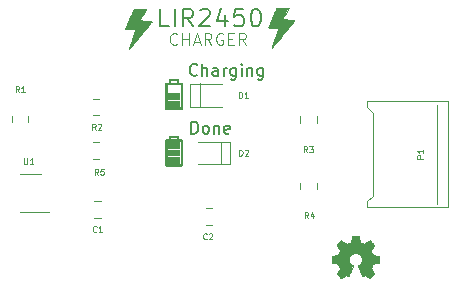
<source format=gbr>
G04 #@! TF.GenerationSoftware,KiCad,Pcbnew,(5.1.2-1)-1*
G04 #@! TF.CreationDate,2021-02-06T10:00:37+01:00*
G04 #@! TF.ProjectId,lir2450-charger,6c697232-3435-4302-9d63-686172676572,1.0.0*
G04 #@! TF.SameCoordinates,Original*
G04 #@! TF.FileFunction,Legend,Top*
G04 #@! TF.FilePolarity,Positive*
%FSLAX46Y46*%
G04 Gerber Fmt 4.6, Leading zero omitted, Abs format (unit mm)*
G04 Created by KiCad (PCBNEW (5.1.2-1)-1) date 2021-02-06 10:00:37*
%MOMM*%
%LPD*%
G04 APERTURE LIST*
%ADD10C,0.120000*%
%ADD11C,0.100000*%
%ADD12C,0.150000*%
%ADD13C,0.200000*%
%ADD14C,0.002540*%
%ADD15C,0.010000*%
%ADD16C,0.125000*%
G04 APERTURE END LIST*
D10*
X72300000Y-39000000D02*
X72300000Y-41000000D01*
X74100000Y-44000000D02*
X74100000Y-45800000D01*
D11*
X70404761Y-35657142D02*
X70357142Y-35704761D01*
X70214285Y-35752380D01*
X70119047Y-35752380D01*
X69976190Y-35704761D01*
X69880952Y-35609523D01*
X69833333Y-35514285D01*
X69785714Y-35323809D01*
X69785714Y-35180952D01*
X69833333Y-34990476D01*
X69880952Y-34895238D01*
X69976190Y-34800000D01*
X70119047Y-34752380D01*
X70214285Y-34752380D01*
X70357142Y-34800000D01*
X70404761Y-34847619D01*
X70833333Y-35752380D02*
X70833333Y-34752380D01*
X70833333Y-35228571D02*
X71404761Y-35228571D01*
X71404761Y-35752380D02*
X71404761Y-34752380D01*
X71833333Y-35466666D02*
X72309523Y-35466666D01*
X71738095Y-35752380D02*
X72071428Y-34752380D01*
X72404761Y-35752380D01*
X73309523Y-35752380D02*
X72976190Y-35276190D01*
X72738095Y-35752380D02*
X72738095Y-34752380D01*
X73119047Y-34752380D01*
X73214285Y-34800000D01*
X73261904Y-34847619D01*
X73309523Y-34942857D01*
X73309523Y-35085714D01*
X73261904Y-35180952D01*
X73214285Y-35228571D01*
X73119047Y-35276190D01*
X72738095Y-35276190D01*
X74261904Y-34800000D02*
X74166666Y-34752380D01*
X74023809Y-34752380D01*
X73880952Y-34800000D01*
X73785714Y-34895238D01*
X73738095Y-34990476D01*
X73690476Y-35180952D01*
X73690476Y-35323809D01*
X73738095Y-35514285D01*
X73785714Y-35609523D01*
X73880952Y-35704761D01*
X74023809Y-35752380D01*
X74119047Y-35752380D01*
X74261904Y-35704761D01*
X74309523Y-35657142D01*
X74309523Y-35323809D01*
X74119047Y-35323809D01*
X74738095Y-35228571D02*
X75071428Y-35228571D01*
X75214285Y-35752380D02*
X74738095Y-35752380D01*
X74738095Y-34752380D01*
X75214285Y-34752380D01*
X76214285Y-35752380D02*
X75880952Y-35276190D01*
X75642857Y-35752380D02*
X75642857Y-34752380D01*
X76023809Y-34752380D01*
X76119047Y-34800000D01*
X76166666Y-34847619D01*
X76214285Y-34942857D01*
X76214285Y-35085714D01*
X76166666Y-35180952D01*
X76119047Y-35228571D01*
X76023809Y-35276190D01*
X75642857Y-35276190D01*
D12*
X71604761Y-43252380D02*
X71604761Y-42252380D01*
X71842857Y-42252380D01*
X71985714Y-42300000D01*
X72080952Y-42395238D01*
X72128571Y-42490476D01*
X72176190Y-42680952D01*
X72176190Y-42823809D01*
X72128571Y-43014285D01*
X72080952Y-43109523D01*
X71985714Y-43204761D01*
X71842857Y-43252380D01*
X71604761Y-43252380D01*
X72747619Y-43252380D02*
X72652380Y-43204761D01*
X72604761Y-43157142D01*
X72557142Y-43061904D01*
X72557142Y-42776190D01*
X72604761Y-42680952D01*
X72652380Y-42633333D01*
X72747619Y-42585714D01*
X72890476Y-42585714D01*
X72985714Y-42633333D01*
X73033333Y-42680952D01*
X73080952Y-42776190D01*
X73080952Y-43061904D01*
X73033333Y-43157142D01*
X72985714Y-43204761D01*
X72890476Y-43252380D01*
X72747619Y-43252380D01*
X73509523Y-42585714D02*
X73509523Y-43252380D01*
X73509523Y-42680952D02*
X73557142Y-42633333D01*
X73652380Y-42585714D01*
X73795238Y-42585714D01*
X73890476Y-42633333D01*
X73938095Y-42728571D01*
X73938095Y-43252380D01*
X74795238Y-43204761D02*
X74700000Y-43252380D01*
X74509523Y-43252380D01*
X74414285Y-43204761D01*
X74366666Y-43109523D01*
X74366666Y-42728571D01*
X74414285Y-42633333D01*
X74509523Y-42585714D01*
X74700000Y-42585714D01*
X74795238Y-42633333D01*
X74842857Y-42728571D01*
X74842857Y-42823809D01*
X74366666Y-42919047D01*
D13*
X69700000Y-34178571D02*
X68985714Y-34178571D01*
X68985714Y-32678571D01*
X70200000Y-34178571D02*
X70200000Y-32678571D01*
X71771428Y-34178571D02*
X71271428Y-33464285D01*
X70914285Y-34178571D02*
X70914285Y-32678571D01*
X71485714Y-32678571D01*
X71628571Y-32750000D01*
X71700000Y-32821428D01*
X71771428Y-32964285D01*
X71771428Y-33178571D01*
X71700000Y-33321428D01*
X71628571Y-33392857D01*
X71485714Y-33464285D01*
X70914285Y-33464285D01*
X72342857Y-32821428D02*
X72414285Y-32750000D01*
X72557142Y-32678571D01*
X72914285Y-32678571D01*
X73057142Y-32750000D01*
X73128571Y-32821428D01*
X73200000Y-32964285D01*
X73200000Y-33107142D01*
X73128571Y-33321428D01*
X72271428Y-34178571D01*
X73200000Y-34178571D01*
X74485714Y-33178571D02*
X74485714Y-34178571D01*
X74128571Y-32607142D02*
X73771428Y-33678571D01*
X74700000Y-33678571D01*
X75985714Y-32678571D02*
X75271428Y-32678571D01*
X75200000Y-33392857D01*
X75271428Y-33321428D01*
X75414285Y-33250000D01*
X75771428Y-33250000D01*
X75914285Y-33321428D01*
X75985714Y-33392857D01*
X76057142Y-33535714D01*
X76057142Y-33892857D01*
X75985714Y-34035714D01*
X75914285Y-34107142D01*
X75771428Y-34178571D01*
X75414285Y-34178571D01*
X75271428Y-34107142D01*
X75200000Y-34035714D01*
X76985714Y-32678571D02*
X77128571Y-32678571D01*
X77271428Y-32750000D01*
X77342857Y-32821428D01*
X77414285Y-32964285D01*
X77485714Y-33250000D01*
X77485714Y-33607142D01*
X77414285Y-33892857D01*
X77342857Y-34035714D01*
X77271428Y-34107142D01*
X77128571Y-34178571D01*
X76985714Y-34178571D01*
X76842857Y-34107142D01*
X76771428Y-34035714D01*
X76700000Y-33892857D01*
X76628571Y-33607142D01*
X76628571Y-33250000D01*
X76700000Y-32964285D01*
X76771428Y-32821428D01*
X76842857Y-32750000D01*
X76985714Y-32678571D01*
D12*
X72100000Y-38257142D02*
X72052380Y-38304761D01*
X71909523Y-38352380D01*
X71814285Y-38352380D01*
X71671428Y-38304761D01*
X71576190Y-38209523D01*
X71528571Y-38114285D01*
X71480952Y-37923809D01*
X71480952Y-37780952D01*
X71528571Y-37590476D01*
X71576190Y-37495238D01*
X71671428Y-37400000D01*
X71814285Y-37352380D01*
X71909523Y-37352380D01*
X72052380Y-37400000D01*
X72100000Y-37447619D01*
X72528571Y-38352380D02*
X72528571Y-37352380D01*
X72957142Y-38352380D02*
X72957142Y-37828571D01*
X72909523Y-37733333D01*
X72814285Y-37685714D01*
X72671428Y-37685714D01*
X72576190Y-37733333D01*
X72528571Y-37780952D01*
X73861904Y-38352380D02*
X73861904Y-37828571D01*
X73814285Y-37733333D01*
X73719047Y-37685714D01*
X73528571Y-37685714D01*
X73433333Y-37733333D01*
X73861904Y-38304761D02*
X73766666Y-38352380D01*
X73528571Y-38352380D01*
X73433333Y-38304761D01*
X73385714Y-38209523D01*
X73385714Y-38114285D01*
X73433333Y-38019047D01*
X73528571Y-37971428D01*
X73766666Y-37971428D01*
X73861904Y-37923809D01*
X74338095Y-38352380D02*
X74338095Y-37685714D01*
X74338095Y-37876190D02*
X74385714Y-37780952D01*
X74433333Y-37733333D01*
X74528571Y-37685714D01*
X74623809Y-37685714D01*
X75385714Y-37685714D02*
X75385714Y-38495238D01*
X75338095Y-38590476D01*
X75290476Y-38638095D01*
X75195238Y-38685714D01*
X75052380Y-38685714D01*
X74957142Y-38638095D01*
X75385714Y-38304761D02*
X75290476Y-38352380D01*
X75100000Y-38352380D01*
X75004761Y-38304761D01*
X74957142Y-38257142D01*
X74909523Y-38161904D01*
X74909523Y-37876190D01*
X74957142Y-37780952D01*
X75004761Y-37733333D01*
X75100000Y-37685714D01*
X75290476Y-37685714D01*
X75385714Y-37733333D01*
X75861904Y-38352380D02*
X75861904Y-37685714D01*
X75861904Y-37352380D02*
X75814285Y-37400000D01*
X75861904Y-37447619D01*
X75909523Y-37400000D01*
X75861904Y-37352380D01*
X75861904Y-37447619D01*
X76338095Y-37685714D02*
X76338095Y-38352380D01*
X76338095Y-37780952D02*
X76385714Y-37733333D01*
X76480952Y-37685714D01*
X76623809Y-37685714D01*
X76719047Y-37733333D01*
X76766666Y-37828571D01*
X76766666Y-38352380D01*
X77671428Y-37685714D02*
X77671428Y-38495238D01*
X77623809Y-38590476D01*
X77576190Y-38638095D01*
X77480952Y-38685714D01*
X77338095Y-38685714D01*
X77242857Y-38638095D01*
X77671428Y-38304761D02*
X77576190Y-38352380D01*
X77385714Y-38352380D01*
X77290476Y-38304761D01*
X77242857Y-38257142D01*
X77195238Y-38161904D01*
X77195238Y-37876190D01*
X77242857Y-37780952D01*
X77290476Y-37733333D01*
X77385714Y-37685714D01*
X77576190Y-37685714D01*
X77671428Y-37733333D01*
D14*
G36*
X86711580Y-55495780D02*
G01*
X86691260Y-55485620D01*
X86643000Y-55455140D01*
X86576960Y-55411960D01*
X86498220Y-55358620D01*
X86419480Y-55305280D01*
X86353440Y-55262100D01*
X86307720Y-55231620D01*
X86289940Y-55221460D01*
X86279780Y-55224000D01*
X86241680Y-55244320D01*
X86185800Y-55272260D01*
X86155320Y-55287500D01*
X86104520Y-55310360D01*
X86079120Y-55315440D01*
X86076580Y-55307820D01*
X86056260Y-55269720D01*
X86028320Y-55203680D01*
X85990220Y-55117320D01*
X85947040Y-55015720D01*
X85901320Y-54906500D01*
X85855600Y-54794740D01*
X85809880Y-54688060D01*
X85771780Y-54591540D01*
X85738760Y-54515340D01*
X85718440Y-54459460D01*
X85710820Y-54436600D01*
X85713360Y-54431520D01*
X85738760Y-54408660D01*
X85781940Y-54375640D01*
X85878460Y-54296900D01*
X85969900Y-54180060D01*
X86028320Y-54047980D01*
X86046100Y-53900660D01*
X86030860Y-53766040D01*
X85977520Y-53636500D01*
X85886080Y-53517120D01*
X85774320Y-53430760D01*
X85644780Y-53374880D01*
X85500000Y-53357100D01*
X85360300Y-53372340D01*
X85228220Y-53425680D01*
X85108840Y-53514580D01*
X85060580Y-53573000D01*
X84992000Y-53692380D01*
X84951360Y-53819380D01*
X84948820Y-53849860D01*
X84953900Y-53992100D01*
X84994540Y-54126720D01*
X85068200Y-54246100D01*
X85172340Y-54345160D01*
X85185040Y-54355320D01*
X85233300Y-54390880D01*
X85263780Y-54413740D01*
X85289180Y-54434060D01*
X85111380Y-54865860D01*
X85083440Y-54934440D01*
X85032640Y-55051280D01*
X84989460Y-55152880D01*
X84956440Y-55234160D01*
X84931040Y-55287500D01*
X84920880Y-55310360D01*
X84905640Y-55312900D01*
X84872620Y-55300200D01*
X84811660Y-55272260D01*
X84771020Y-55251940D01*
X84725300Y-55229080D01*
X84704980Y-55221460D01*
X84687200Y-55231620D01*
X84644020Y-55259560D01*
X84580520Y-55302740D01*
X84504320Y-55353540D01*
X84430660Y-55404340D01*
X84362080Y-55450060D01*
X84313820Y-55480540D01*
X84288420Y-55493240D01*
X84285880Y-55493240D01*
X84265560Y-55480540D01*
X84224920Y-55450060D01*
X84166500Y-55394180D01*
X84085220Y-55312900D01*
X84072520Y-55300200D01*
X84003940Y-55229080D01*
X83948060Y-55170660D01*
X83909960Y-55130020D01*
X83897260Y-55112240D01*
X83909960Y-55086840D01*
X83940440Y-55038580D01*
X83986160Y-54970000D01*
X84039500Y-54891260D01*
X84181740Y-54682980D01*
X84103000Y-54487400D01*
X84080140Y-54428980D01*
X84049660Y-54355320D01*
X84026800Y-54304520D01*
X84014100Y-54281660D01*
X83993780Y-54274040D01*
X83940440Y-54261340D01*
X83861700Y-54243560D01*
X83770260Y-54228320D01*
X83681360Y-54210540D01*
X83602620Y-54195300D01*
X83544200Y-54185140D01*
X83518800Y-54180060D01*
X83513720Y-54174980D01*
X83508640Y-54162280D01*
X83503560Y-54136880D01*
X83503560Y-54088620D01*
X83501020Y-54012420D01*
X83501020Y-53900660D01*
X83501020Y-53890500D01*
X83503560Y-53783820D01*
X83503560Y-53700000D01*
X83506100Y-53646660D01*
X83511180Y-53626340D01*
X83536580Y-53618720D01*
X83592460Y-53608560D01*
X83671200Y-53590780D01*
X83767720Y-53573000D01*
X83772800Y-53573000D01*
X83866780Y-53555220D01*
X83945520Y-53537440D01*
X84001400Y-53524740D01*
X84024260Y-53517120D01*
X84029340Y-53512040D01*
X84049660Y-53473940D01*
X84077600Y-53415520D01*
X84108080Y-53344400D01*
X84138560Y-53270740D01*
X84166500Y-53202160D01*
X84184280Y-53153900D01*
X84189360Y-53131040D01*
X84174120Y-53108180D01*
X84141100Y-53057380D01*
X84095380Y-52991340D01*
X84039500Y-52910060D01*
X84036960Y-52902440D01*
X83981080Y-52823700D01*
X83937900Y-52755120D01*
X83907420Y-52706860D01*
X83897260Y-52686540D01*
X83897260Y-52684000D01*
X83915040Y-52661140D01*
X83955680Y-52615420D01*
X84014100Y-52554460D01*
X84085220Y-52483340D01*
X84108080Y-52463020D01*
X84184280Y-52386820D01*
X84237620Y-52336020D01*
X84273180Y-52310620D01*
X84288420Y-52303000D01*
X84288420Y-52305540D01*
X84313820Y-52318240D01*
X84364620Y-52351260D01*
X84433200Y-52399520D01*
X84514480Y-52452860D01*
X84519560Y-52457940D01*
X84598300Y-52511280D01*
X84664340Y-52557000D01*
X84712600Y-52587480D01*
X84732920Y-52600180D01*
X84738000Y-52600180D01*
X84768480Y-52590020D01*
X84826900Y-52572240D01*
X84895480Y-52544300D01*
X84969140Y-52513820D01*
X85037720Y-52485880D01*
X85088520Y-52463020D01*
X85111380Y-52450320D01*
X85111380Y-52447780D01*
X85121540Y-52419840D01*
X85134240Y-52358880D01*
X85152020Y-52277600D01*
X85169800Y-52178540D01*
X85172340Y-52163300D01*
X85190120Y-52069320D01*
X85205360Y-51990580D01*
X85218060Y-51934700D01*
X85223140Y-51911840D01*
X85235840Y-51909300D01*
X85284100Y-51906760D01*
X85355220Y-51904220D01*
X85441580Y-51904220D01*
X85530480Y-51904220D01*
X85616840Y-51906760D01*
X85693040Y-51909300D01*
X85746380Y-51911840D01*
X85769240Y-51916920D01*
X85771780Y-51919460D01*
X85779400Y-51947400D01*
X85792100Y-52008360D01*
X85809880Y-52089640D01*
X85827660Y-52188700D01*
X85830200Y-52206480D01*
X85847980Y-52300460D01*
X85865760Y-52379200D01*
X85875920Y-52432540D01*
X85883540Y-52452860D01*
X85891160Y-52457940D01*
X85929260Y-52475720D01*
X85992760Y-52501120D01*
X86074040Y-52534140D01*
X86256920Y-52607800D01*
X86480440Y-52452860D01*
X86500760Y-52440160D01*
X86582040Y-52384280D01*
X86648080Y-52341100D01*
X86693800Y-52310620D01*
X86714120Y-52300460D01*
X86736980Y-52320780D01*
X86782700Y-52361420D01*
X86843660Y-52422380D01*
X86912240Y-52490960D01*
X86965580Y-52544300D01*
X87026540Y-52607800D01*
X87067180Y-52648440D01*
X87087500Y-52676380D01*
X87095120Y-52694160D01*
X87092580Y-52704320D01*
X87079880Y-52727180D01*
X87046860Y-52775440D01*
X87001140Y-52844020D01*
X86945260Y-52922760D01*
X86899540Y-52991340D01*
X86851280Y-53065000D01*
X86820800Y-53118340D01*
X86808100Y-53146280D01*
X86810640Y-53156440D01*
X86828420Y-53199620D01*
X86853820Y-53268200D01*
X86886840Y-53346940D01*
X86965580Y-53524740D01*
X87082420Y-53545060D01*
X87153540Y-53560300D01*
X87252600Y-53578080D01*
X87346580Y-53595860D01*
X87493900Y-53626340D01*
X87498980Y-54164820D01*
X87476120Y-54174980D01*
X87453260Y-54182600D01*
X87399920Y-54192760D01*
X87321180Y-54208000D01*
X87229740Y-54225780D01*
X87151000Y-54241020D01*
X87072260Y-54256260D01*
X87016380Y-54266420D01*
X86990980Y-54271500D01*
X86983360Y-54281660D01*
X86963040Y-54319760D01*
X86935100Y-54380720D01*
X86904620Y-54454380D01*
X86874140Y-54528040D01*
X86846200Y-54599160D01*
X86825880Y-54652500D01*
X86818260Y-54680440D01*
X86828420Y-54700760D01*
X86858900Y-54746480D01*
X86902080Y-54812520D01*
X86955420Y-54891260D01*
X87011300Y-54970000D01*
X87054480Y-55038580D01*
X87087500Y-55086840D01*
X87100200Y-55107160D01*
X87092580Y-55122400D01*
X87062100Y-55160500D01*
X87003680Y-55221460D01*
X86914780Y-55310360D01*
X86899540Y-55323060D01*
X86830960Y-55391640D01*
X86770000Y-55444980D01*
X86729360Y-55483080D01*
X86711580Y-55495780D01*
X86711580Y-55495780D01*
G37*
X86711580Y-55495780D02*
X86691260Y-55485620D01*
X86643000Y-55455140D01*
X86576960Y-55411960D01*
X86498220Y-55358620D01*
X86419480Y-55305280D01*
X86353440Y-55262100D01*
X86307720Y-55231620D01*
X86289940Y-55221460D01*
X86279780Y-55224000D01*
X86241680Y-55244320D01*
X86185800Y-55272260D01*
X86155320Y-55287500D01*
X86104520Y-55310360D01*
X86079120Y-55315440D01*
X86076580Y-55307820D01*
X86056260Y-55269720D01*
X86028320Y-55203680D01*
X85990220Y-55117320D01*
X85947040Y-55015720D01*
X85901320Y-54906500D01*
X85855600Y-54794740D01*
X85809880Y-54688060D01*
X85771780Y-54591540D01*
X85738760Y-54515340D01*
X85718440Y-54459460D01*
X85710820Y-54436600D01*
X85713360Y-54431520D01*
X85738760Y-54408660D01*
X85781940Y-54375640D01*
X85878460Y-54296900D01*
X85969900Y-54180060D01*
X86028320Y-54047980D01*
X86046100Y-53900660D01*
X86030860Y-53766040D01*
X85977520Y-53636500D01*
X85886080Y-53517120D01*
X85774320Y-53430760D01*
X85644780Y-53374880D01*
X85500000Y-53357100D01*
X85360300Y-53372340D01*
X85228220Y-53425680D01*
X85108840Y-53514580D01*
X85060580Y-53573000D01*
X84992000Y-53692380D01*
X84951360Y-53819380D01*
X84948820Y-53849860D01*
X84953900Y-53992100D01*
X84994540Y-54126720D01*
X85068200Y-54246100D01*
X85172340Y-54345160D01*
X85185040Y-54355320D01*
X85233300Y-54390880D01*
X85263780Y-54413740D01*
X85289180Y-54434060D01*
X85111380Y-54865860D01*
X85083440Y-54934440D01*
X85032640Y-55051280D01*
X84989460Y-55152880D01*
X84956440Y-55234160D01*
X84931040Y-55287500D01*
X84920880Y-55310360D01*
X84905640Y-55312900D01*
X84872620Y-55300200D01*
X84811660Y-55272260D01*
X84771020Y-55251940D01*
X84725300Y-55229080D01*
X84704980Y-55221460D01*
X84687200Y-55231620D01*
X84644020Y-55259560D01*
X84580520Y-55302740D01*
X84504320Y-55353540D01*
X84430660Y-55404340D01*
X84362080Y-55450060D01*
X84313820Y-55480540D01*
X84288420Y-55493240D01*
X84285880Y-55493240D01*
X84265560Y-55480540D01*
X84224920Y-55450060D01*
X84166500Y-55394180D01*
X84085220Y-55312900D01*
X84072520Y-55300200D01*
X84003940Y-55229080D01*
X83948060Y-55170660D01*
X83909960Y-55130020D01*
X83897260Y-55112240D01*
X83909960Y-55086840D01*
X83940440Y-55038580D01*
X83986160Y-54970000D01*
X84039500Y-54891260D01*
X84181740Y-54682980D01*
X84103000Y-54487400D01*
X84080140Y-54428980D01*
X84049660Y-54355320D01*
X84026800Y-54304520D01*
X84014100Y-54281660D01*
X83993780Y-54274040D01*
X83940440Y-54261340D01*
X83861700Y-54243560D01*
X83770260Y-54228320D01*
X83681360Y-54210540D01*
X83602620Y-54195300D01*
X83544200Y-54185140D01*
X83518800Y-54180060D01*
X83513720Y-54174980D01*
X83508640Y-54162280D01*
X83503560Y-54136880D01*
X83503560Y-54088620D01*
X83501020Y-54012420D01*
X83501020Y-53900660D01*
X83501020Y-53890500D01*
X83503560Y-53783820D01*
X83503560Y-53700000D01*
X83506100Y-53646660D01*
X83511180Y-53626340D01*
X83536580Y-53618720D01*
X83592460Y-53608560D01*
X83671200Y-53590780D01*
X83767720Y-53573000D01*
X83772800Y-53573000D01*
X83866780Y-53555220D01*
X83945520Y-53537440D01*
X84001400Y-53524740D01*
X84024260Y-53517120D01*
X84029340Y-53512040D01*
X84049660Y-53473940D01*
X84077600Y-53415520D01*
X84108080Y-53344400D01*
X84138560Y-53270740D01*
X84166500Y-53202160D01*
X84184280Y-53153900D01*
X84189360Y-53131040D01*
X84174120Y-53108180D01*
X84141100Y-53057380D01*
X84095380Y-52991340D01*
X84039500Y-52910060D01*
X84036960Y-52902440D01*
X83981080Y-52823700D01*
X83937900Y-52755120D01*
X83907420Y-52706860D01*
X83897260Y-52686540D01*
X83897260Y-52684000D01*
X83915040Y-52661140D01*
X83955680Y-52615420D01*
X84014100Y-52554460D01*
X84085220Y-52483340D01*
X84108080Y-52463020D01*
X84184280Y-52386820D01*
X84237620Y-52336020D01*
X84273180Y-52310620D01*
X84288420Y-52303000D01*
X84288420Y-52305540D01*
X84313820Y-52318240D01*
X84364620Y-52351260D01*
X84433200Y-52399520D01*
X84514480Y-52452860D01*
X84519560Y-52457940D01*
X84598300Y-52511280D01*
X84664340Y-52557000D01*
X84712600Y-52587480D01*
X84732920Y-52600180D01*
X84738000Y-52600180D01*
X84768480Y-52590020D01*
X84826900Y-52572240D01*
X84895480Y-52544300D01*
X84969140Y-52513820D01*
X85037720Y-52485880D01*
X85088520Y-52463020D01*
X85111380Y-52450320D01*
X85111380Y-52447780D01*
X85121540Y-52419840D01*
X85134240Y-52358880D01*
X85152020Y-52277600D01*
X85169800Y-52178540D01*
X85172340Y-52163300D01*
X85190120Y-52069320D01*
X85205360Y-51990580D01*
X85218060Y-51934700D01*
X85223140Y-51911840D01*
X85235840Y-51909300D01*
X85284100Y-51906760D01*
X85355220Y-51904220D01*
X85441580Y-51904220D01*
X85530480Y-51904220D01*
X85616840Y-51906760D01*
X85693040Y-51909300D01*
X85746380Y-51911840D01*
X85769240Y-51916920D01*
X85771780Y-51919460D01*
X85779400Y-51947400D01*
X85792100Y-52008360D01*
X85809880Y-52089640D01*
X85827660Y-52188700D01*
X85830200Y-52206480D01*
X85847980Y-52300460D01*
X85865760Y-52379200D01*
X85875920Y-52432540D01*
X85883540Y-52452860D01*
X85891160Y-52457940D01*
X85929260Y-52475720D01*
X85992760Y-52501120D01*
X86074040Y-52534140D01*
X86256920Y-52607800D01*
X86480440Y-52452860D01*
X86500760Y-52440160D01*
X86582040Y-52384280D01*
X86648080Y-52341100D01*
X86693800Y-52310620D01*
X86714120Y-52300460D01*
X86736980Y-52320780D01*
X86782700Y-52361420D01*
X86843660Y-52422380D01*
X86912240Y-52490960D01*
X86965580Y-52544300D01*
X87026540Y-52607800D01*
X87067180Y-52648440D01*
X87087500Y-52676380D01*
X87095120Y-52694160D01*
X87092580Y-52704320D01*
X87079880Y-52727180D01*
X87046860Y-52775440D01*
X87001140Y-52844020D01*
X86945260Y-52922760D01*
X86899540Y-52991340D01*
X86851280Y-53065000D01*
X86820800Y-53118340D01*
X86808100Y-53146280D01*
X86810640Y-53156440D01*
X86828420Y-53199620D01*
X86853820Y-53268200D01*
X86886840Y-53346940D01*
X86965580Y-53524740D01*
X87082420Y-53545060D01*
X87153540Y-53560300D01*
X87252600Y-53578080D01*
X87346580Y-53595860D01*
X87493900Y-53626340D01*
X87498980Y-54164820D01*
X87476120Y-54174980D01*
X87453260Y-54182600D01*
X87399920Y-54192760D01*
X87321180Y-54208000D01*
X87229740Y-54225780D01*
X87151000Y-54241020D01*
X87072260Y-54256260D01*
X87016380Y-54266420D01*
X86990980Y-54271500D01*
X86983360Y-54281660D01*
X86963040Y-54319760D01*
X86935100Y-54380720D01*
X86904620Y-54454380D01*
X86874140Y-54528040D01*
X86846200Y-54599160D01*
X86825880Y-54652500D01*
X86818260Y-54680440D01*
X86828420Y-54700760D01*
X86858900Y-54746480D01*
X86902080Y-54812520D01*
X86955420Y-54891260D01*
X87011300Y-54970000D01*
X87054480Y-55038580D01*
X87087500Y-55086840D01*
X87100200Y-55107160D01*
X87092580Y-55122400D01*
X87062100Y-55160500D01*
X87003680Y-55221460D01*
X86914780Y-55310360D01*
X86899540Y-55323060D01*
X86830960Y-55391640D01*
X86770000Y-55444980D01*
X86729360Y-55483080D01*
X86711580Y-55495780D01*
D15*
G36*
X79191753Y-32609525D02*
G01*
X79317031Y-32610260D01*
X79364115Y-32610645D01*
X79875013Y-32615133D01*
X79588806Y-33079888D01*
X79519643Y-33192466D01*
X79456726Y-33295393D01*
X79402123Y-33385247D01*
X79357900Y-33458606D01*
X79326125Y-33512046D01*
X79308865Y-33542146D01*
X79306332Y-33547575D01*
X79323442Y-33550074D01*
X79370095Y-33555747D01*
X79442167Y-33564121D01*
X79535531Y-33574726D01*
X79646062Y-33587090D01*
X79769634Y-33600743D01*
X79822299Y-33606514D01*
X79949782Y-33620885D01*
X80065689Y-33634781D01*
X80165932Y-33647645D01*
X80246421Y-33658922D01*
X80303068Y-33668056D01*
X80331783Y-33674489D01*
X80334533Y-33676207D01*
X80324001Y-33690791D01*
X80293670Y-33729092D01*
X80245436Y-33788824D01*
X80181194Y-33867697D01*
X80102839Y-33963426D01*
X80012269Y-34073721D01*
X79911378Y-34196295D01*
X79802062Y-34328862D01*
X79686216Y-34469132D01*
X79565738Y-34614818D01*
X79442522Y-34763633D01*
X79318464Y-34913290D01*
X79195460Y-35061499D01*
X79075406Y-35205974D01*
X78960197Y-35344427D01*
X78851729Y-35474571D01*
X78751899Y-35594117D01*
X78662600Y-35700779D01*
X78585731Y-35792267D01*
X78523185Y-35866295D01*
X78476859Y-35920576D01*
X78448649Y-35952820D01*
X78442436Y-35959466D01*
X78400081Y-36001800D01*
X78410022Y-35959466D01*
X78417585Y-35935424D01*
X78435441Y-35882785D01*
X78462442Y-35804825D01*
X78497434Y-35704823D01*
X78539267Y-35586055D01*
X78586791Y-35451798D01*
X78638854Y-35305328D01*
X78694304Y-35149924D01*
X78698496Y-35138200D01*
X78753415Y-34983911D01*
X78804290Y-34839613D01*
X78850073Y-34708376D01*
X78889717Y-34593270D01*
X78922174Y-34497364D01*
X78946395Y-34423730D01*
X78961333Y-34375436D01*
X78965941Y-34355553D01*
X78965747Y-34355221D01*
X78946475Y-34352574D01*
X78898117Y-34347234D01*
X78825310Y-34339675D01*
X78732685Y-34330369D01*
X78624877Y-34319792D01*
X78525662Y-34310240D01*
X78408724Y-34298732D01*
X78303144Y-34287686D01*
X78213540Y-34277636D01*
X78144531Y-34269120D01*
X78100735Y-34262675D01*
X78086799Y-34259244D01*
X78091517Y-34242295D01*
X78108983Y-34198120D01*
X78137622Y-34130179D01*
X78175858Y-34041936D01*
X78222117Y-33936852D01*
X78274822Y-33818388D01*
X78332398Y-33690007D01*
X78393269Y-33555171D01*
X78455861Y-33417340D01*
X78518597Y-33279978D01*
X78579903Y-33146546D01*
X78638202Y-33020505D01*
X78691920Y-32905317D01*
X78739480Y-32804446D01*
X78779307Y-32721351D01*
X78809827Y-32659495D01*
X78829463Y-32622340D01*
X78836108Y-32612763D01*
X78856761Y-32611251D01*
X78906965Y-32610153D01*
X78982407Y-32609488D01*
X79078774Y-32609273D01*
X79191753Y-32609525D01*
X79191753Y-32609525D01*
G37*
X79191753Y-32609525D02*
X79317031Y-32610260D01*
X79364115Y-32610645D01*
X79875013Y-32615133D01*
X79588806Y-33079888D01*
X79519643Y-33192466D01*
X79456726Y-33295393D01*
X79402123Y-33385247D01*
X79357900Y-33458606D01*
X79326125Y-33512046D01*
X79308865Y-33542146D01*
X79306332Y-33547575D01*
X79323442Y-33550074D01*
X79370095Y-33555747D01*
X79442167Y-33564121D01*
X79535531Y-33574726D01*
X79646062Y-33587090D01*
X79769634Y-33600743D01*
X79822299Y-33606514D01*
X79949782Y-33620885D01*
X80065689Y-33634781D01*
X80165932Y-33647645D01*
X80246421Y-33658922D01*
X80303068Y-33668056D01*
X80331783Y-33674489D01*
X80334533Y-33676207D01*
X80324001Y-33690791D01*
X80293670Y-33729092D01*
X80245436Y-33788824D01*
X80181194Y-33867697D01*
X80102839Y-33963426D01*
X80012269Y-34073721D01*
X79911378Y-34196295D01*
X79802062Y-34328862D01*
X79686216Y-34469132D01*
X79565738Y-34614818D01*
X79442522Y-34763633D01*
X79318464Y-34913290D01*
X79195460Y-35061499D01*
X79075406Y-35205974D01*
X78960197Y-35344427D01*
X78851729Y-35474571D01*
X78751899Y-35594117D01*
X78662600Y-35700779D01*
X78585731Y-35792267D01*
X78523185Y-35866295D01*
X78476859Y-35920576D01*
X78448649Y-35952820D01*
X78442436Y-35959466D01*
X78400081Y-36001800D01*
X78410022Y-35959466D01*
X78417585Y-35935424D01*
X78435441Y-35882785D01*
X78462442Y-35804825D01*
X78497434Y-35704823D01*
X78539267Y-35586055D01*
X78586791Y-35451798D01*
X78638854Y-35305328D01*
X78694304Y-35149924D01*
X78698496Y-35138200D01*
X78753415Y-34983911D01*
X78804290Y-34839613D01*
X78850073Y-34708376D01*
X78889717Y-34593270D01*
X78922174Y-34497364D01*
X78946395Y-34423730D01*
X78961333Y-34375436D01*
X78965941Y-34355553D01*
X78965747Y-34355221D01*
X78946475Y-34352574D01*
X78898117Y-34347234D01*
X78825310Y-34339675D01*
X78732685Y-34330369D01*
X78624877Y-34319792D01*
X78525662Y-34310240D01*
X78408724Y-34298732D01*
X78303144Y-34287686D01*
X78213540Y-34277636D01*
X78144531Y-34269120D01*
X78100735Y-34262675D01*
X78086799Y-34259244D01*
X78091517Y-34242295D01*
X78108983Y-34198120D01*
X78137622Y-34130179D01*
X78175858Y-34041936D01*
X78222117Y-33936852D01*
X78274822Y-33818388D01*
X78332398Y-33690007D01*
X78393269Y-33555171D01*
X78455861Y-33417340D01*
X78518597Y-33279978D01*
X78579903Y-33146546D01*
X78638202Y-33020505D01*
X78691920Y-32905317D01*
X78739480Y-32804446D01*
X78779307Y-32721351D01*
X78809827Y-32659495D01*
X78829463Y-32622340D01*
X78836108Y-32612763D01*
X78856761Y-32611251D01*
X78906965Y-32610153D01*
X78982407Y-32609488D01*
X79078774Y-32609273D01*
X79191753Y-32609525D01*
G36*
X67091753Y-32709525D02*
G01*
X67217031Y-32710260D01*
X67264115Y-32710645D01*
X67775013Y-32715133D01*
X67488806Y-33179888D01*
X67419643Y-33292466D01*
X67356726Y-33395393D01*
X67302123Y-33485247D01*
X67257900Y-33558606D01*
X67226125Y-33612046D01*
X67208865Y-33642146D01*
X67206332Y-33647575D01*
X67223442Y-33650074D01*
X67270095Y-33655747D01*
X67342167Y-33664121D01*
X67435531Y-33674726D01*
X67546062Y-33687090D01*
X67669634Y-33700743D01*
X67722299Y-33706514D01*
X67849782Y-33720885D01*
X67965689Y-33734781D01*
X68065932Y-33747645D01*
X68146421Y-33758922D01*
X68203068Y-33768056D01*
X68231783Y-33774489D01*
X68234533Y-33776207D01*
X68224001Y-33790791D01*
X68193670Y-33829092D01*
X68145436Y-33888824D01*
X68081194Y-33967697D01*
X68002839Y-34063426D01*
X67912269Y-34173721D01*
X67811378Y-34296295D01*
X67702062Y-34428862D01*
X67586216Y-34569132D01*
X67465738Y-34714818D01*
X67342522Y-34863633D01*
X67218464Y-35013290D01*
X67095460Y-35161499D01*
X66975406Y-35305974D01*
X66860197Y-35444427D01*
X66751729Y-35574571D01*
X66651899Y-35694117D01*
X66562600Y-35800779D01*
X66485731Y-35892267D01*
X66423185Y-35966295D01*
X66376859Y-36020576D01*
X66348649Y-36052820D01*
X66342436Y-36059466D01*
X66300081Y-36101800D01*
X66310022Y-36059466D01*
X66317585Y-36035424D01*
X66335441Y-35982785D01*
X66362442Y-35904825D01*
X66397434Y-35804823D01*
X66439267Y-35686055D01*
X66486791Y-35551798D01*
X66538854Y-35405328D01*
X66594304Y-35249924D01*
X66598496Y-35238200D01*
X66653415Y-35083911D01*
X66704290Y-34939613D01*
X66750073Y-34808376D01*
X66789717Y-34693270D01*
X66822174Y-34597364D01*
X66846395Y-34523730D01*
X66861333Y-34475436D01*
X66865941Y-34455553D01*
X66865747Y-34455221D01*
X66846475Y-34452574D01*
X66798117Y-34447234D01*
X66725310Y-34439675D01*
X66632685Y-34430369D01*
X66524877Y-34419792D01*
X66425662Y-34410240D01*
X66308724Y-34398732D01*
X66203144Y-34387686D01*
X66113540Y-34377636D01*
X66044531Y-34369120D01*
X66000735Y-34362675D01*
X65986799Y-34359244D01*
X65991517Y-34342295D01*
X66008983Y-34298120D01*
X66037622Y-34230179D01*
X66075858Y-34141936D01*
X66122117Y-34036852D01*
X66174822Y-33918388D01*
X66232398Y-33790007D01*
X66293269Y-33655171D01*
X66355861Y-33517340D01*
X66418597Y-33379978D01*
X66479903Y-33246546D01*
X66538202Y-33120505D01*
X66591920Y-33005317D01*
X66639480Y-32904446D01*
X66679307Y-32821351D01*
X66709827Y-32759495D01*
X66729463Y-32722340D01*
X66736108Y-32712763D01*
X66756761Y-32711251D01*
X66806965Y-32710153D01*
X66882407Y-32709488D01*
X66978774Y-32709273D01*
X67091753Y-32709525D01*
X67091753Y-32709525D01*
G37*
X67091753Y-32709525D02*
X67217031Y-32710260D01*
X67264115Y-32710645D01*
X67775013Y-32715133D01*
X67488806Y-33179888D01*
X67419643Y-33292466D01*
X67356726Y-33395393D01*
X67302123Y-33485247D01*
X67257900Y-33558606D01*
X67226125Y-33612046D01*
X67208865Y-33642146D01*
X67206332Y-33647575D01*
X67223442Y-33650074D01*
X67270095Y-33655747D01*
X67342167Y-33664121D01*
X67435531Y-33674726D01*
X67546062Y-33687090D01*
X67669634Y-33700743D01*
X67722299Y-33706514D01*
X67849782Y-33720885D01*
X67965689Y-33734781D01*
X68065932Y-33747645D01*
X68146421Y-33758922D01*
X68203068Y-33768056D01*
X68231783Y-33774489D01*
X68234533Y-33776207D01*
X68224001Y-33790791D01*
X68193670Y-33829092D01*
X68145436Y-33888824D01*
X68081194Y-33967697D01*
X68002839Y-34063426D01*
X67912269Y-34173721D01*
X67811378Y-34296295D01*
X67702062Y-34428862D01*
X67586216Y-34569132D01*
X67465738Y-34714818D01*
X67342522Y-34863633D01*
X67218464Y-35013290D01*
X67095460Y-35161499D01*
X66975406Y-35305974D01*
X66860197Y-35444427D01*
X66751729Y-35574571D01*
X66651899Y-35694117D01*
X66562600Y-35800779D01*
X66485731Y-35892267D01*
X66423185Y-35966295D01*
X66376859Y-36020576D01*
X66348649Y-36052820D01*
X66342436Y-36059466D01*
X66300081Y-36101800D01*
X66310022Y-36059466D01*
X66317585Y-36035424D01*
X66335441Y-35982785D01*
X66362442Y-35904825D01*
X66397434Y-35804823D01*
X66439267Y-35686055D01*
X66486791Y-35551798D01*
X66538854Y-35405328D01*
X66594304Y-35249924D01*
X66598496Y-35238200D01*
X66653415Y-35083911D01*
X66704290Y-34939613D01*
X66750073Y-34808376D01*
X66789717Y-34693270D01*
X66822174Y-34597364D01*
X66846395Y-34523730D01*
X66861333Y-34475436D01*
X66865941Y-34455553D01*
X66865747Y-34455221D01*
X66846475Y-34452574D01*
X66798117Y-34447234D01*
X66725310Y-34439675D01*
X66632685Y-34430369D01*
X66524877Y-34419792D01*
X66425662Y-34410240D01*
X66308724Y-34398732D01*
X66203144Y-34387686D01*
X66113540Y-34377636D01*
X66044531Y-34369120D01*
X66000735Y-34362675D01*
X65986799Y-34359244D01*
X65991517Y-34342295D01*
X66008983Y-34298120D01*
X66037622Y-34230179D01*
X66075858Y-34141936D01*
X66122117Y-34036852D01*
X66174822Y-33918388D01*
X66232398Y-33790007D01*
X66293269Y-33655171D01*
X66355861Y-33517340D01*
X66418597Y-33379978D01*
X66479903Y-33246546D01*
X66538202Y-33120505D01*
X66591920Y-33005317D01*
X66639480Y-32904446D01*
X66679307Y-32821351D01*
X66709827Y-32759495D01*
X66729463Y-32722340D01*
X66736108Y-32712763D01*
X66756761Y-32711251D01*
X66806965Y-32710153D01*
X66882407Y-32709488D01*
X66978774Y-32709273D01*
X67091753Y-32709525D01*
G36*
X70595300Y-39823800D02*
G01*
X70595300Y-40306400D01*
X69604700Y-40306400D01*
X69604700Y-39823800D01*
X70595300Y-39823800D01*
X70595300Y-39823800D01*
G37*
X70595300Y-39823800D02*
X70595300Y-40306400D01*
X69604700Y-40306400D01*
X69604700Y-39823800D01*
X70595300Y-39823800D01*
G36*
X69604700Y-40458800D02*
G01*
X70595300Y-40458800D01*
X70595300Y-40672732D01*
X70595046Y-40752222D01*
X70594028Y-40810215D01*
X70591860Y-40850615D01*
X70588157Y-40877322D01*
X70582532Y-40894238D01*
X70574600Y-40905264D01*
X70572074Y-40907682D01*
X70563700Y-40913282D01*
X70550532Y-40917802D01*
X70530025Y-40921356D01*
X70499632Y-40924056D01*
X70456810Y-40926016D01*
X70399012Y-40927347D01*
X70323693Y-40928163D01*
X70228308Y-40928576D01*
X70110312Y-40928700D01*
X70097793Y-40928700D01*
X69978396Y-40928629D01*
X69881832Y-40928329D01*
X69805534Y-40927675D01*
X69746934Y-40926541D01*
X69703464Y-40924800D01*
X69672559Y-40922327D01*
X69651650Y-40918993D01*
X69638171Y-40914675D01*
X69629554Y-40909244D01*
X69625718Y-40905475D01*
X69617774Y-40893230D01*
X69612068Y-40874201D01*
X69608255Y-40844522D01*
X69605987Y-40800328D01*
X69604921Y-40737754D01*
X69604699Y-40670525D01*
X69604700Y-40458800D01*
X69604700Y-40458800D01*
G37*
X69604700Y-40458800D02*
X70595300Y-40458800D01*
X70595300Y-40672732D01*
X70595046Y-40752222D01*
X70594028Y-40810215D01*
X70591860Y-40850615D01*
X70588157Y-40877322D01*
X70582532Y-40894238D01*
X70574600Y-40905264D01*
X70572074Y-40907682D01*
X70563700Y-40913282D01*
X70550532Y-40917802D01*
X70530025Y-40921356D01*
X70499632Y-40924056D01*
X70456810Y-40926016D01*
X70399012Y-40927347D01*
X70323693Y-40928163D01*
X70228308Y-40928576D01*
X70110312Y-40928700D01*
X70097793Y-40928700D01*
X69978396Y-40928629D01*
X69881832Y-40928329D01*
X69805534Y-40927675D01*
X69746934Y-40926541D01*
X69703464Y-40924800D01*
X69672559Y-40922327D01*
X69651650Y-40918993D01*
X69638171Y-40914675D01*
X69629554Y-40909244D01*
X69625718Y-40905475D01*
X69617774Y-40893230D01*
X69612068Y-40874201D01*
X69608255Y-40844522D01*
X69605987Y-40800328D01*
X69604921Y-40737754D01*
X69604699Y-40670525D01*
X69604700Y-40458800D01*
G36*
X69406730Y-38976784D02*
G01*
X69422106Y-38960520D01*
X69438454Y-38949900D01*
X69461576Y-38943460D01*
X69497277Y-38939740D01*
X69551360Y-38937276D01*
X69565480Y-38936785D01*
X69693599Y-38932420D01*
X69693599Y-38796450D01*
X69695151Y-38723587D01*
X69699728Y-38673491D01*
X69707217Y-38647302D01*
X69708840Y-38645240D01*
X69725900Y-38640609D01*
X69764449Y-38636748D01*
X69820584Y-38633658D01*
X69890406Y-38631339D01*
X69970013Y-38629791D01*
X70055505Y-38629014D01*
X70142982Y-38629007D01*
X70228541Y-38629771D01*
X70308284Y-38631306D01*
X70378309Y-38633612D01*
X70434715Y-38636688D01*
X70473602Y-38640535D01*
X70491069Y-38645154D01*
X70491159Y-38645240D01*
X70499152Y-38667075D01*
X70504254Y-38713017D01*
X70506350Y-38781929D01*
X70506400Y-38796450D01*
X70506400Y-38932420D01*
X70634519Y-38936785D01*
X70693162Y-38939172D01*
X70732215Y-38942510D01*
X70757479Y-38948262D01*
X70774760Y-38957890D01*
X70789859Y-38972858D01*
X70793269Y-38976784D01*
X70823900Y-39012417D01*
X70823900Y-41107655D01*
X70792727Y-41138828D01*
X70761554Y-41170000D01*
X69503100Y-41170000D01*
X69503100Y-41043000D01*
X70696900Y-41043000D01*
X70696900Y-39061800D01*
X69820600Y-39061800D01*
X69820600Y-38934800D01*
X70379400Y-38934800D01*
X70379400Y-38757000D01*
X69820600Y-38757000D01*
X69820600Y-38934800D01*
X69820600Y-39061800D01*
X69503100Y-39061800D01*
X69503100Y-41043000D01*
X69503100Y-41170000D01*
X69438445Y-41170000D01*
X69407272Y-41138828D01*
X69376100Y-41107655D01*
X69376100Y-39012417D01*
X69406730Y-38976784D01*
X69406730Y-38976784D01*
G37*
X69406730Y-38976784D02*
X69422106Y-38960520D01*
X69438454Y-38949900D01*
X69461576Y-38943460D01*
X69497277Y-38939740D01*
X69551360Y-38937276D01*
X69565480Y-38936785D01*
X69693599Y-38932420D01*
X69693599Y-38796450D01*
X69695151Y-38723587D01*
X69699728Y-38673491D01*
X69707217Y-38647302D01*
X69708840Y-38645240D01*
X69725900Y-38640609D01*
X69764449Y-38636748D01*
X69820584Y-38633658D01*
X69890406Y-38631339D01*
X69970013Y-38629791D01*
X70055505Y-38629014D01*
X70142982Y-38629007D01*
X70228541Y-38629771D01*
X70308284Y-38631306D01*
X70378309Y-38633612D01*
X70434715Y-38636688D01*
X70473602Y-38640535D01*
X70491069Y-38645154D01*
X70491159Y-38645240D01*
X70499152Y-38667075D01*
X70504254Y-38713017D01*
X70506350Y-38781929D01*
X70506400Y-38796450D01*
X70506400Y-38932420D01*
X70634519Y-38936785D01*
X70693162Y-38939172D01*
X70732215Y-38942510D01*
X70757479Y-38948262D01*
X70774760Y-38957890D01*
X70789859Y-38972858D01*
X70793269Y-38976784D01*
X70823900Y-39012417D01*
X70823900Y-41107655D01*
X70792727Y-41138828D01*
X70761554Y-41170000D01*
X69503100Y-41170000D01*
X69503100Y-41043000D01*
X70696900Y-41043000D01*
X70696900Y-39061800D01*
X69820600Y-39061800D01*
X69820600Y-38934800D01*
X70379400Y-38934800D01*
X70379400Y-38757000D01*
X69820600Y-38757000D01*
X69820600Y-38934800D01*
X69820600Y-39061800D01*
X69503100Y-39061800D01*
X69503100Y-41043000D01*
X69503100Y-41170000D01*
X69438445Y-41170000D01*
X69407272Y-41138828D01*
X69376100Y-41107655D01*
X69376100Y-39012417D01*
X69406730Y-38976784D01*
G36*
X69605044Y-44167332D02*
G01*
X69606280Y-44106364D01*
X69608706Y-44063520D01*
X69612623Y-44035162D01*
X69618333Y-44017657D01*
X69624657Y-44008758D01*
X69632579Y-44003437D01*
X69646274Y-43999137D01*
X69668225Y-43995751D01*
X69700916Y-43993176D01*
X69746834Y-43991307D01*
X69808461Y-43990040D01*
X69888283Y-43989270D01*
X69988784Y-43988892D01*
X70098938Y-43988800D01*
X70218804Y-43988871D01*
X70315826Y-43989168D01*
X70392564Y-43989814D01*
X70451572Y-43990936D01*
X70495410Y-43992657D01*
X70526634Y-43995104D01*
X70547801Y-43998401D01*
X70561468Y-44002673D01*
X70570193Y-44008044D01*
X70574281Y-44012026D01*
X70582116Y-44024073D01*
X70587776Y-44042788D01*
X70591593Y-44071973D01*
X70593899Y-44115430D01*
X70595023Y-44176961D01*
X70595300Y-44253326D01*
X70595300Y-44471400D01*
X69604700Y-44471400D01*
X69604700Y-44250058D01*
X69605044Y-44167332D01*
X69605044Y-44167332D01*
G37*
X69605044Y-44167332D02*
X69606280Y-44106364D01*
X69608706Y-44063520D01*
X69612623Y-44035162D01*
X69618333Y-44017657D01*
X69624657Y-44008758D01*
X69632579Y-44003437D01*
X69646274Y-43999137D01*
X69668225Y-43995751D01*
X69700916Y-43993176D01*
X69746834Y-43991307D01*
X69808461Y-43990040D01*
X69888283Y-43989270D01*
X69988784Y-43988892D01*
X70098938Y-43988800D01*
X70218804Y-43988871D01*
X70315826Y-43989168D01*
X70392564Y-43989814D01*
X70451572Y-43990936D01*
X70495410Y-43992657D01*
X70526634Y-43995104D01*
X70547801Y-43998401D01*
X70561468Y-44002673D01*
X70570193Y-44008044D01*
X70574281Y-44012026D01*
X70582116Y-44024073D01*
X70587776Y-44042788D01*
X70591593Y-44071973D01*
X70593899Y-44115430D01*
X70595023Y-44176961D01*
X70595300Y-44253326D01*
X70595300Y-44471400D01*
X69604700Y-44471400D01*
X69604700Y-44250058D01*
X69605044Y-44167332D01*
G36*
X70595300Y-44623800D02*
G01*
X70595300Y-45106400D01*
X69604700Y-45106400D01*
X69604700Y-44623800D01*
X70595300Y-44623800D01*
X70595300Y-44623800D01*
G37*
X70595300Y-44623800D02*
X70595300Y-45106400D01*
X69604700Y-45106400D01*
X69604700Y-44623800D01*
X70595300Y-44623800D01*
G36*
X69604700Y-45258800D02*
G01*
X70595300Y-45258800D01*
X70595300Y-45472732D01*
X70595046Y-45552222D01*
X70594028Y-45610215D01*
X70591860Y-45650615D01*
X70588157Y-45677322D01*
X70582532Y-45694238D01*
X70574600Y-45705264D01*
X70572074Y-45707682D01*
X70563710Y-45713276D01*
X70550555Y-45717793D01*
X70530068Y-45721345D01*
X70499706Y-45724045D01*
X70456929Y-45726006D01*
X70399192Y-45727339D01*
X70323956Y-45728158D01*
X70228676Y-45728574D01*
X70110812Y-45728700D01*
X70096732Y-45728700D01*
X69975816Y-45728585D01*
X69877809Y-45728170D01*
X69800219Y-45727349D01*
X69740555Y-45726016D01*
X69696327Y-45724068D01*
X69665043Y-45721398D01*
X69644213Y-45717900D01*
X69631346Y-45713471D01*
X69624657Y-45708743D01*
X69617126Y-45697310D01*
X69611697Y-45677920D01*
X69608056Y-45646881D01*
X69605889Y-45600504D01*
X69604882Y-45535097D01*
X69604699Y-45473793D01*
X69604700Y-45258800D01*
X69604700Y-45258800D01*
G37*
X69604700Y-45258800D02*
X70595300Y-45258800D01*
X70595300Y-45472732D01*
X70595046Y-45552222D01*
X70594028Y-45610215D01*
X70591860Y-45650615D01*
X70588157Y-45677322D01*
X70582532Y-45694238D01*
X70574600Y-45705264D01*
X70572074Y-45707682D01*
X70563710Y-45713276D01*
X70550555Y-45717793D01*
X70530068Y-45721345D01*
X70499706Y-45724045D01*
X70456929Y-45726006D01*
X70399192Y-45727339D01*
X70323956Y-45728158D01*
X70228676Y-45728574D01*
X70110812Y-45728700D01*
X70096732Y-45728700D01*
X69975816Y-45728585D01*
X69877809Y-45728170D01*
X69800219Y-45727349D01*
X69740555Y-45726016D01*
X69696327Y-45724068D01*
X69665043Y-45721398D01*
X69644213Y-45717900D01*
X69631346Y-45713471D01*
X69624657Y-45708743D01*
X69617126Y-45697310D01*
X69611697Y-45677920D01*
X69608056Y-45646881D01*
X69605889Y-45600504D01*
X69604882Y-45535097D01*
X69604699Y-45473793D01*
X69604700Y-45258800D01*
G36*
X69406730Y-43776784D02*
G01*
X69422106Y-43760520D01*
X69438454Y-43749900D01*
X69461576Y-43743460D01*
X69497277Y-43739740D01*
X69551360Y-43737276D01*
X69565480Y-43736785D01*
X69693599Y-43732420D01*
X69693599Y-43596450D01*
X69695151Y-43523587D01*
X69699728Y-43473491D01*
X69707217Y-43447302D01*
X69708840Y-43445240D01*
X69725900Y-43440609D01*
X69764449Y-43436748D01*
X69820584Y-43433658D01*
X69890406Y-43431339D01*
X69970013Y-43429791D01*
X70055505Y-43429014D01*
X70142982Y-43429007D01*
X70228541Y-43429771D01*
X70308284Y-43431306D01*
X70378309Y-43433612D01*
X70434715Y-43436688D01*
X70473602Y-43440535D01*
X70491069Y-43445154D01*
X70491159Y-43445240D01*
X70499152Y-43467075D01*
X70504254Y-43513017D01*
X70506350Y-43581929D01*
X70506400Y-43596450D01*
X70506400Y-43732420D01*
X70634519Y-43736785D01*
X70693162Y-43739172D01*
X70732215Y-43742510D01*
X70757479Y-43748262D01*
X70774760Y-43757890D01*
X70789859Y-43772858D01*
X70793269Y-43776784D01*
X70823900Y-43812417D01*
X70823900Y-45907655D01*
X70792727Y-45938828D01*
X70761554Y-45970000D01*
X69503100Y-45970000D01*
X69503100Y-45843000D01*
X70696900Y-45843000D01*
X70696900Y-43861800D01*
X69820600Y-43861800D01*
X69820600Y-43734800D01*
X70379400Y-43734800D01*
X70379400Y-43557000D01*
X69820600Y-43557000D01*
X69820600Y-43734800D01*
X69820600Y-43861800D01*
X69503100Y-43861800D01*
X69503100Y-45843000D01*
X69503100Y-45970000D01*
X69438445Y-45970000D01*
X69407272Y-45938828D01*
X69376100Y-45907655D01*
X69376100Y-43812417D01*
X69406730Y-43776784D01*
X69406730Y-43776784D01*
G37*
X69406730Y-43776784D02*
X69422106Y-43760520D01*
X69438454Y-43749900D01*
X69461576Y-43743460D01*
X69497277Y-43739740D01*
X69551360Y-43737276D01*
X69565480Y-43736785D01*
X69693599Y-43732420D01*
X69693599Y-43596450D01*
X69695151Y-43523587D01*
X69699728Y-43473491D01*
X69707217Y-43447302D01*
X69708840Y-43445240D01*
X69725900Y-43440609D01*
X69764449Y-43436748D01*
X69820584Y-43433658D01*
X69890406Y-43431339D01*
X69970013Y-43429791D01*
X70055505Y-43429014D01*
X70142982Y-43429007D01*
X70228541Y-43429771D01*
X70308284Y-43431306D01*
X70378309Y-43433612D01*
X70434715Y-43436688D01*
X70473602Y-43440535D01*
X70491069Y-43445154D01*
X70491159Y-43445240D01*
X70499152Y-43467075D01*
X70504254Y-43513017D01*
X70506350Y-43581929D01*
X70506400Y-43596450D01*
X70506400Y-43732420D01*
X70634519Y-43736785D01*
X70693162Y-43739172D01*
X70732215Y-43742510D01*
X70757479Y-43748262D01*
X70774760Y-43757890D01*
X70789859Y-43772858D01*
X70793269Y-43776784D01*
X70823900Y-43812417D01*
X70823900Y-45907655D01*
X70792727Y-45938828D01*
X70761554Y-45970000D01*
X69503100Y-45970000D01*
X69503100Y-45843000D01*
X70696900Y-45843000D01*
X70696900Y-43861800D01*
X69820600Y-43861800D01*
X69820600Y-43734800D01*
X70379400Y-43734800D01*
X70379400Y-43557000D01*
X69820600Y-43557000D01*
X69820600Y-43734800D01*
X69820600Y-43861800D01*
X69503100Y-43861800D01*
X69503100Y-45843000D01*
X69503100Y-45970000D01*
X69438445Y-45970000D01*
X69407272Y-45938828D01*
X69376100Y-45907655D01*
X69376100Y-43812417D01*
X69406730Y-43776784D01*
D10*
X63303922Y-45410000D02*
X63821078Y-45410000D01*
X63303922Y-43990000D02*
X63821078Y-43990000D01*
X74847500Y-43940000D02*
X72162500Y-43940000D01*
X74847500Y-45860000D02*
X74847500Y-43940000D01*
X72162500Y-45860000D02*
X74847500Y-45860000D01*
D11*
X92400000Y-40800000D02*
X92400000Y-49200000D01*
X86500000Y-41000000D02*
X86500000Y-40500000D01*
X87000000Y-41500000D02*
X86500000Y-41000000D01*
X87000000Y-48500000D02*
X87000000Y-41500000D01*
X86500000Y-49000000D02*
X87000000Y-48500000D01*
X86500000Y-49500000D02*
X86500000Y-49000000D01*
X93300000Y-40500000D02*
X93300000Y-49500000D01*
X86500000Y-40500000D02*
X93300000Y-40500000D01*
X86500000Y-49500000D02*
X93300000Y-49500000D01*
D10*
X57100000Y-49860000D02*
X59550000Y-49860000D01*
X58900000Y-46640000D02*
X57100000Y-46640000D01*
X80790000Y-47403922D02*
X80790000Y-47921078D01*
X82210000Y-47403922D02*
X82210000Y-47921078D01*
X82210000Y-42321078D02*
X82210000Y-41803922D01*
X80790000Y-42321078D02*
X80790000Y-41803922D01*
X63821078Y-40290000D02*
X63303922Y-40290000D01*
X63821078Y-41710000D02*
X63303922Y-41710000D01*
X57810000Y-42296078D02*
X57810000Y-41778922D01*
X56390000Y-42296078D02*
X56390000Y-41778922D01*
X71477500Y-40960000D02*
X74162500Y-40960000D01*
X71477500Y-39040000D02*
X71477500Y-40960000D01*
X74162500Y-39040000D02*
X71477500Y-39040000D01*
X72803922Y-50960000D02*
X73321078Y-50960000D01*
X72803922Y-49540000D02*
X73321078Y-49540000D01*
X63921078Y-48990000D02*
X63403922Y-48990000D01*
X63921078Y-50410000D02*
X63403922Y-50410000D01*
D16*
X63716666Y-46726190D02*
X63550000Y-46488095D01*
X63430952Y-46726190D02*
X63430952Y-46226190D01*
X63621428Y-46226190D01*
X63669047Y-46250000D01*
X63692857Y-46273809D01*
X63716666Y-46321428D01*
X63716666Y-46392857D01*
X63692857Y-46440476D01*
X63669047Y-46464285D01*
X63621428Y-46488095D01*
X63430952Y-46488095D01*
X64169047Y-46226190D02*
X63930952Y-46226190D01*
X63907142Y-46464285D01*
X63930952Y-46440476D01*
X63978571Y-46416666D01*
X64097619Y-46416666D01*
X64145238Y-46440476D01*
X64169047Y-46464285D01*
X64192857Y-46511904D01*
X64192857Y-46630952D01*
X64169047Y-46678571D01*
X64145238Y-46702380D01*
X64097619Y-46726190D01*
X63978571Y-46726190D01*
X63930952Y-46702380D01*
X63907142Y-46678571D01*
D12*
D16*
X75655952Y-45126190D02*
X75655952Y-44626190D01*
X75775000Y-44626190D01*
X75846428Y-44650000D01*
X75894047Y-44697619D01*
X75917857Y-44745238D01*
X75941666Y-44840476D01*
X75941666Y-44911904D01*
X75917857Y-45007142D01*
X75894047Y-45054761D01*
X75846428Y-45102380D01*
X75775000Y-45126190D01*
X75655952Y-45126190D01*
X76132142Y-44673809D02*
X76155952Y-44650000D01*
X76203571Y-44626190D01*
X76322619Y-44626190D01*
X76370238Y-44650000D01*
X76394047Y-44673809D01*
X76417857Y-44721428D01*
X76417857Y-44769047D01*
X76394047Y-44840476D01*
X76108333Y-45126190D01*
X76417857Y-45126190D01*
D11*
X91226190Y-45369047D02*
X90726190Y-45369047D01*
X90726190Y-45178571D01*
X90750000Y-45130952D01*
X90773809Y-45107142D01*
X90821428Y-45083333D01*
X90892857Y-45083333D01*
X90940476Y-45107142D01*
X90964285Y-45130952D01*
X90988095Y-45178571D01*
X90988095Y-45369047D01*
X91226190Y-44607142D02*
X91226190Y-44892857D01*
X91226190Y-44750000D02*
X90726190Y-44750000D01*
X90797619Y-44797619D01*
X90845238Y-44845238D01*
X90869047Y-44892857D01*
D16*
X57429047Y-45356190D02*
X57429047Y-45760952D01*
X57452857Y-45808571D01*
X57476666Y-45832380D01*
X57524285Y-45856190D01*
X57619523Y-45856190D01*
X57667142Y-45832380D01*
X57690952Y-45808571D01*
X57714761Y-45760952D01*
X57714761Y-45356190D01*
X58214761Y-45856190D02*
X57929047Y-45856190D01*
X58071904Y-45856190D02*
X58071904Y-45356190D01*
X58024285Y-45427619D01*
X57976666Y-45475238D01*
X57929047Y-45499047D01*
X81516666Y-50426190D02*
X81350000Y-50188095D01*
X81230952Y-50426190D02*
X81230952Y-49926190D01*
X81421428Y-49926190D01*
X81469047Y-49950000D01*
X81492857Y-49973809D01*
X81516666Y-50021428D01*
X81516666Y-50092857D01*
X81492857Y-50140476D01*
X81469047Y-50164285D01*
X81421428Y-50188095D01*
X81230952Y-50188095D01*
X81945238Y-50092857D02*
X81945238Y-50426190D01*
X81826190Y-49902380D02*
X81707142Y-50259523D01*
X82016666Y-50259523D01*
X81416666Y-44826190D02*
X81250000Y-44588095D01*
X81130952Y-44826190D02*
X81130952Y-44326190D01*
X81321428Y-44326190D01*
X81369047Y-44350000D01*
X81392857Y-44373809D01*
X81416666Y-44421428D01*
X81416666Y-44492857D01*
X81392857Y-44540476D01*
X81369047Y-44564285D01*
X81321428Y-44588095D01*
X81130952Y-44588095D01*
X81583333Y-44326190D02*
X81892857Y-44326190D01*
X81726190Y-44516666D01*
X81797619Y-44516666D01*
X81845238Y-44540476D01*
X81869047Y-44564285D01*
X81892857Y-44611904D01*
X81892857Y-44730952D01*
X81869047Y-44778571D01*
X81845238Y-44802380D01*
X81797619Y-44826190D01*
X81654761Y-44826190D01*
X81607142Y-44802380D01*
X81583333Y-44778571D01*
X63501666Y-42926190D02*
X63335000Y-42688095D01*
X63215952Y-42926190D02*
X63215952Y-42426190D01*
X63406428Y-42426190D01*
X63454047Y-42450000D01*
X63477857Y-42473809D01*
X63501666Y-42521428D01*
X63501666Y-42592857D01*
X63477857Y-42640476D01*
X63454047Y-42664285D01*
X63406428Y-42688095D01*
X63215952Y-42688095D01*
X63692142Y-42473809D02*
X63715952Y-42450000D01*
X63763571Y-42426190D01*
X63882619Y-42426190D01*
X63930238Y-42450000D01*
X63954047Y-42473809D01*
X63977857Y-42521428D01*
X63977857Y-42569047D01*
X63954047Y-42640476D01*
X63668333Y-42926190D01*
X63977857Y-42926190D01*
X57016666Y-39736190D02*
X56850000Y-39498095D01*
X56730952Y-39736190D02*
X56730952Y-39236190D01*
X56921428Y-39236190D01*
X56969047Y-39260000D01*
X56992857Y-39283809D01*
X57016666Y-39331428D01*
X57016666Y-39402857D01*
X56992857Y-39450476D01*
X56969047Y-39474285D01*
X56921428Y-39498095D01*
X56730952Y-39498095D01*
X57492857Y-39736190D02*
X57207142Y-39736190D01*
X57350000Y-39736190D02*
X57350000Y-39236190D01*
X57302380Y-39307619D01*
X57254761Y-39355238D01*
X57207142Y-39379047D01*
X75630952Y-40226190D02*
X75630952Y-39726190D01*
X75750000Y-39726190D01*
X75821428Y-39750000D01*
X75869047Y-39797619D01*
X75892857Y-39845238D01*
X75916666Y-39940476D01*
X75916666Y-40011904D01*
X75892857Y-40107142D01*
X75869047Y-40154761D01*
X75821428Y-40202380D01*
X75750000Y-40226190D01*
X75630952Y-40226190D01*
X76392857Y-40226190D02*
X76107142Y-40226190D01*
X76250000Y-40226190D02*
X76250000Y-39726190D01*
X76202380Y-39797619D01*
X76154761Y-39845238D01*
X76107142Y-39869047D01*
X72901666Y-52158571D02*
X72877857Y-52182380D01*
X72806428Y-52206190D01*
X72758809Y-52206190D01*
X72687380Y-52182380D01*
X72639761Y-52134761D01*
X72615952Y-52087142D01*
X72592142Y-51991904D01*
X72592142Y-51920476D01*
X72615952Y-51825238D01*
X72639761Y-51777619D01*
X72687380Y-51730000D01*
X72758809Y-51706190D01*
X72806428Y-51706190D01*
X72877857Y-51730000D01*
X72901666Y-51753809D01*
X73092142Y-51753809D02*
X73115952Y-51730000D01*
X73163571Y-51706190D01*
X73282619Y-51706190D01*
X73330238Y-51730000D01*
X73354047Y-51753809D01*
X73377857Y-51801428D01*
X73377857Y-51849047D01*
X73354047Y-51920476D01*
X73068333Y-52206190D01*
X73377857Y-52206190D01*
X63579166Y-51528571D02*
X63555357Y-51552380D01*
X63483928Y-51576190D01*
X63436309Y-51576190D01*
X63364880Y-51552380D01*
X63317261Y-51504761D01*
X63293452Y-51457142D01*
X63269642Y-51361904D01*
X63269642Y-51290476D01*
X63293452Y-51195238D01*
X63317261Y-51147619D01*
X63364880Y-51100000D01*
X63436309Y-51076190D01*
X63483928Y-51076190D01*
X63555357Y-51100000D01*
X63579166Y-51123809D01*
X64055357Y-51576190D02*
X63769642Y-51576190D01*
X63912500Y-51576190D02*
X63912500Y-51076190D01*
X63864880Y-51147619D01*
X63817261Y-51195238D01*
X63769642Y-51219047D01*
D12*
M02*

</source>
